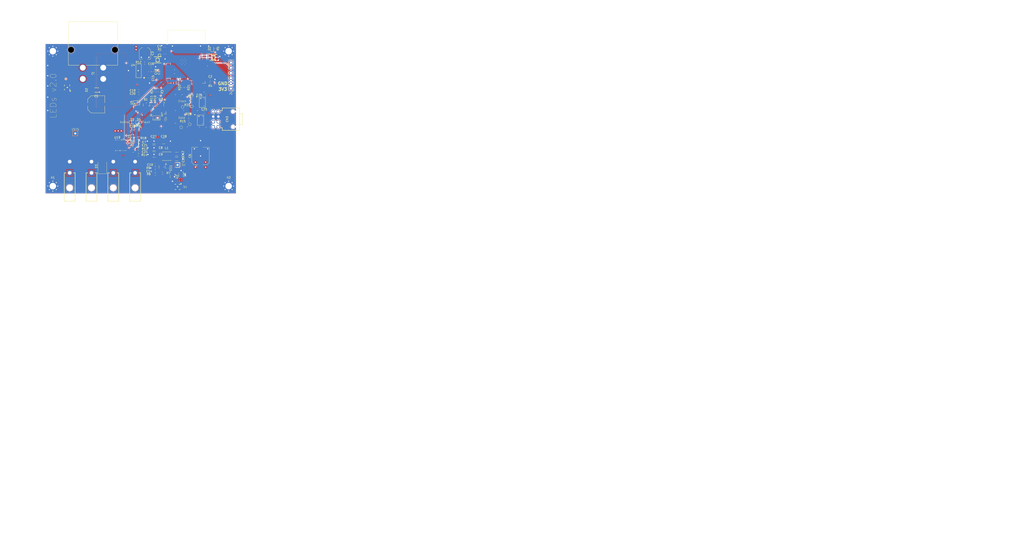
<source format=kicad_pcb>
(kicad_pcb (version 20241229) (generator "pcbnew") (generator_version "9.0")
  (layers (0 "F.Cu" signal) (4 "In1.Cu" power "Ground") (6 "In2.Cu" power "Power") (2 "B.Cu" signal) (13 "F.Paste" user) (15 "B.Paste" user) (5 "F.SilkS" user "F.Silkscreen") (7 "B.SilkS" user "B.Silkscreen") (1 "F.Mask" user) (3 "B.Mask" user) (25 "Edge.Cuts" user))
  (net 0 "")
  (net 1 "GND")
  (net 2 "/3v3/3v3")
  (net 3 "/esp32/USB.DP")
  (net 4 "/esp32/USB.DN")
  (net 5 "/buckconverter/SW")
  (net 6 "/buckconverter/FB")
  (net 7 "/5V")
  (net 8 "/VSYS")
  (net 9 "/a2d/I2C.SCL")
  (net 10 "/a2d/I2C.SDA")
  (net 11 "/a2d/AIN1")
  (net 12 "/a2d/AIN2")
  (net 13 "/a2d/AIN3")
  (net 14 "/a2d/AIN4")
  (net 15 "/esp32/EN1")
  (net 16 "Net-(J1-Pin_6)")
  (net 17 "Net-(J1-Pin_5)")
  (net 18 "Net-(U3-BOOT)")
  (net 19 "Net-(C14-Pad2)")
  (net 20 "Net-(U4-NR{slash}FB)")
  (net 23 "Net-(Q2-D)")
  (net 24 "Net-(Q1-D)")
  (net 25 "Net-(U2-VIN)")
  (net 27 "Net-(D1-A)")
  (net 28 "Net-(D1-K)")
  (net 29 "Net-(J1-Pin_3)")
  (net 30 "Net-(J1-Pin_4)")
  (net 31 "Net-(U4-EN)")
  (net 32 "Net-(D4-A)")
  (net 55 "Net-(U19-3V)")
  (net 56 "Net-(U19-SS)")
  (net 57 "Net-(U19-CS)")
  (net 58 "Net-(U19-VCC)")
  (net 59 "Net-(U19-CLREF)")
  (net 60 "Net-(U19-TIMER)")
  (net 61 "Net-(D5-A)")
  (net 62 "/led_channel/VLED")
  (net 64 "Net-(U7-~{RE})")
  (net 65 "Net-(U17-~{RE})")
  (net 66 "/esp32/Fault")
  (net 71 "/esp32/LEDCLOCK")
  (net 72 "/esp32/LEDDATA")
  (net 73 "/led_channel/RS485/A")
  (net 74 "/led_channel/RS485/B")
  (net 76 "/led_channel/RS486/B")
  (net 77 "/led_channel/RS486/A")
  (net 78 "Net-(U1-IO12)")
  (net 79 "Net-(U1-IO11)")
  (footprint "easyeda2kicad:LabeledTestPoint" (layer "F.Cu") (at 121.5 84.632 180)
    (property "Reference" "TP14" (hide yes))
    (property "Value" "LabeledTestPoint")
  )
  (footprint "Resistor_SMD:R_0603_1608Metric" (layer "F.Cu") (at 110.5 55.825 -90)
    (property "Reference" "R10")
    (property "Value" "10k")
  )
  (footprint "easyeda2kicad:CAP-SMD_BD8.0-L8.3-W8.3-FD" (layer "F.Cu") (at 81.73 55)
    (property "Reference" "C5")
    (property "Value" "220uF")
  )
  (footprint "LED_SMD:LED_0603_1608Metric" (layer "F.Cu") (at 102.575 63.75)
    (property "Reference" "D4")
    (property "Value" "LED")
  )
  (footprint "Capacitor_SMD:C_1210_3225Metric" (layer "F.Cu") (at 110 73 180)
    (property "Reference" "C27")
    (property "Value" "10uF")
  )
  (footprint "Capacitor_SMD:C_0603_1608Metric" (layer "F.Cu") (at 135.4175 50.4 180)
    (property "Reference" "C26")
    (property "Value" "100nF")
  )
  (footprint "easyeda2kicad:CONN-TH_2P-P5.50_39-30-1020" (layer "F.Cu") (at 79.416667 85.7675)
    (property "Reference" "CN2" (hide yes))
    (property "Value" "39-30-1020")
  )
  (footprint "Capacitor_SMD:C_0603_1608Metric" (layer "F.Cu") (at 115.3 27.1 90)
    (property "Reference" "C4")
    (property "Value" "100nF")
  )
  (footprint "MountingHole:MountingHole_3.2mm_M3_Pad_Via" (layer "F.Cu") (at 146.5 29)
    (property "Reference" "H4" (hide yes))
    (property "Value" "MountingHole_Pad")
  )
  (footprint "Resistor_SMD:R_0603_1608Metric" (layer "F.Cu") (at 137.55 44.6 180)
    (property "Reference" "R4")
    (property "Value" "10k")
  )
  (footprint "LED_SMD:LED_0603_1608Metric" (layer "F.Cu") (at 99.3625 63.75)
    (property "Reference" "D5")
    (property "Value" "LED")
  )
  (footprint "Resistor_SMD:R_0603_1608Metric" (layer "F.Cu") (at 99.325 67)
    (property "Reference" "R19")
    (property "Value" "10k")
  )
  (footprint "Resistor_SMD:R_0603_1608Metric" (layer "F.Cu") (at 110.6495 86.132 180)
    (property "Reference" "R9")
    (property "Value" "13.3k")
  )
  (footprint "Capacitor_SMD:C_1210_3225Metric" (layer "F.Cu") (at 110 79.5 180)
    (property "Reference" "C9")
    (property "Value" "10uF")
  )
  (footprint "Capacitor_SMD:C_0603_1608Metric" (layer "F.Cu") (at 102.425 75.0175)
    (property "Reference" "C21")
    (property "Value" "470nF")
  )
  (footprint "easyeda2kicad:QFN-30_L5.0-W5.0-P0.40-TL_MP5048GU-Z" (layer "F.Cu") (at 93.7395 75.0205 -90)
    (property "Reference" "U19")
    (property "Value" "MP5048GU-Z")
  )
  (footprint "TestPoint:TestPoint_Pad_D1.0mm" (layer "F.Cu") (at 124 56.25)
    (property "Reference" "TP5" (hide yes))
    (property "Value" "TestPoint")
  )
  (footprint "TestPoint:TestPoint_Pad_D1.0mm" (layer "F.Cu") (at 123.25 66.25)
    (property "Reference" "TP4" (hide yes))
    (property "Value" "TestPoint")
  )
  (footprint "easyeda2kicad:SOIC-8_L4.9-W3.9-P1.27-LS6.0-BL" (layer "F.Cu") (at 132.73 62.75 -90)
    (property "Reference" "U17" (hide yes))
    (property "Value" "THVD2450DR")
  )
  (footprint "Resistor_SMD:R_0603_1608Metric" (layer "F.Cu") (at 102.575 67)
    (property "Reference" "R6")
    (property "Value" "1k")
  )
  (footprint "easyeda2kicad:CONN-TH_2P-P5.50_39-30-1020" (layer "F.Cu") (at 68.75 85.7675)
    (property "Reference" "CN5" (hide yes))
    (property "Value" "39-30-1020")
  )
  (footprint "easyeda2kicad:WSON-6_L2.0-W2.0-P0.65-BL-EP" (layer "F.Cu") (at 82 48 90)
    (property "Reference" "D2")
    (property "Value" "TVS2700DRVR")
  )
  (footprint "Resistor_SMD:R_0603_1608Metric" (layer "F.Cu") (at 102.425 79.7675)
    (property "Reference" "R14")
    (property "Value" "3.6k")
  )
  (footprint "Capacitor_SMD:C_0603_1608Metric" (layer "F.Cu") (at 99.425 71.2675 90)
    (property "Reference" "C23")
    (property "Value" "2.2uF")
  )
  (footprint "Resistor_SMD:R_0603_1608Metric" (layer "F.Cu") (at 108.75 55.75 -90)
    (property "Reference" "R11")
    (property "Value" "10k")
  )
  (footprint "easyeda2kicad:LabeledTestPoint" (layer "F.Cu") (at 71.5 69.25)
    (property "Reference" "TP1" (hide yes))
    (property "Value" "LabeledTestPoint")
  )
  (footprint "easyeda2kicad:ANT-SMD_73412-0110" (layer "F.Cu") (at 121.5 95.382 180)
    (property "Reference" "RF2" (hide yes))
    (property "Value" "73412-0110")
  )
  (footprint "Resistor_SMD:R_0603_1608Metric" (layer "F.Cu") (at 125.5 46.75 -90)
    (property "Reference" "R21")
    (property "Value" "20")
  )
  (footprint "Capacitor_SMD:C_Elec_5x5.8" (layer "F.Cu") (at 105.55 30.1 -90)
    (property "Reference" "C3")
    (property "Value" "22uF")
  )
  (footprint "Package_TO_SOT_SMD:SOT-23" (layer "F.Cu") (at 106.25 55.325 -90)
    (property "Reference" "Q1")
    (property "Value" "BSS138")
  )
  (footprint "Capacitor_SMD:C_0603_1608Metric" (layer "F.Cu") (at 108.525 36.5825)
    (property "Reference" "C16")
    (property "Value" "10nF")
  )
  (footprint "Resistor_SMD:R_0603_1608Metric" (layer "F.Cu") (at 102.425 76.7675)
    (property "Reference" "R13")
    (property "Value" "3.6k")
  )
  (footprint "Resistor_SMD:R_0603_1608Metric" (layer "F.Cu") (at 127 62.65 180)
    (property "Reference" "R15")
    (property "Value" "10k")
  )
  (footprint "easyeda2kicad:MSOP-10_L3.0-W3.0-P0.50-LS5.0-BL" (layer "F.Cu") (at 101.5 54.25)
    (property "Reference" "U5")
    (property "Value" "ADS1115IDGSR")
  )
  (footprint "Diode_SMD:D_SMB" (layer "F.Cu") (at 84.75 85.335 90)
    (property "Reference" "D3")
    (property "Value" "D_TVS")
  )
  (footprint "TestPoint:TestPoint_Pad_D1.0mm" (layer "F.Cu") (at 128.5 56)
    (property "Reference" "TP2" (hide yes))
    (property "Value" "TestPoint")
  )
  (footprint "Capacitor_SMD:C_1206_3216Metric" (layer "F.Cu") (at 121.062 79.332)
    (property "Reference" "C12")
    (property "Value" "22uF")
  )
  (footprint "Capacitor_SMD:C_0603_1608Metric" (layer "F.Cu") (at 134.5 59.15 180)
    (property "Reference" "C25")
    (property "Value" "100nF")
  )
  (footprint "Resistor_SMD:R_0603_1608Metric" (layer "F.Cu") (at 127.9175 53.9 180)
    (property "Reference" "R20")
    (property "Value" "10k")
  )
  (footprint "Resistor_SMD:R_0603_1608Metric" (layer "F.Cu") (at 101.85 71.5175)
    (property "Reference" "R18")
    (property "Value" "53.6k")
  )
  (footprint "LED_SMD:LED_0603_1608Metric" (layer "F.Cu") (at 138.4 27.7 90)
    (property "Reference" "D1")
    (property "Value" "LED")
  )
  (footprint "Capacitor_SMD:C_0603_1608Metric" (layer "F.Cu") (at 102.425 78.2675)
    (property "Reference" "C24")
    (property "Value" "100nF")
  )
  (footprint "Capacitor_SMD:C_0603_1608Metric" (layer "F.Cu") (at 115.3 30.35 -90)
    (property "Reference" "C1")
    (property "Value" "10uf")
  )
  (footprint "easyeda2kicad:CONN-TH_2P-P5.50_39-30-1020" (layer "F.Cu") (at 100.75 85.7675)
    (property "Reference" "CN13" (hide yes))
    (property "Value" "39-30-1020")
  )
  (footprint "TestPoint:TestPoint_Pad_D1.0mm" (layer "F.Cu") (at 127.5 64.75)
    (property "Reference" "TP3" (hide yes))
    (property "Value" "TestPoint")
  )
  (footprint "Capacitor_SMD:C_0603_1608Metric" (layer "F.Cu") (at 102.5 48.25)
    (property "Reference" "C19")
    (property "Value" "1uF")
  )
  (footprint "Capacitor_SMD:C_0603_1608Metric" (layer "F.Cu") (at 109.325 38.9825 90)
    (property "Reference" "C17")
    (property "Value" "1uF")
  )
  (footprint "easyeda2kicad:SOT-223-6_L6.5-W3.5-P1.27-LS7.0-BR" (layer "F.Cu") (at 102.5 38.5825)
    (property "Reference" "U4")
    (property "Value" "TPS73733DCQ_C5220270")
  )
  (footprint "Resistor_SMD:R_0603_1608Metric" (layer "F.Cu") (at 114.132 88.632 180)
    (property "Reference" "R7")
    (property "Value" "49.9")
  )
  (footprint "Capacitor_SMD:C_0603_1608Metric" (layer "F.Cu") (at 102.5 49.75)
    (property "Reference" "C20")
    (property "Value" "100nF")
  )
  (footprint "Connector_PinHeader_2.54mm:PinHeader_1x06_P2.54mm_Vertical" (layer "F.Cu") (at 147.6 47.28 180)
    (property "Reference" "J1")
    (property "Value" "Conn_01x06")
  )
  (footprint "Capacitor_SMD:C_1210_3225Metric" (layer "F.Cu") (at 110 76.25 180)
    (property "Reference" "C8")
    (property "Value" "10uF")
  )
  (footprint "Resistor_SMD:R_0603_1608Metric" (layer "F.Cu") (at 127.9175 52.4)
    (property "Reference" "R17")
    (property "Value" "10k")
  )
  (footprint "Resistor_SMD:R_0603_1608Metric" (layer "F.Cu") (at 124 46.75 -90)
    (property "Reference" "R22")
    (property "Value" "20")
  )
  (footprint "Resistor_SMD:R_0603_1608Metric" (layer "F.Cu") (at 112.5 48.925 90)
    (property "Reference" "R3")
    (property "Value" "10k")
  )
  (footprint "Capacitor_SMD:C_0603_1608Metric" (layer "F.Cu") (at 102.425 73.5175)
    (property "Reference" "C7")
    (property "Value" "100nF")
  )
  (footprint "easyeda2kicad:IND-SMD_L4.0-W4.0-A" (layer "F.Cu") (at 116.2 80.382)
    (property "Reference" "L1")
    (property "Value" "XAL4040-103MEC")
  )
  (footprint "easyeda2kicad:ANT-SMD_73412-0110" (layer "F.Cu") (at 67.5 46.75 90)
    (property "Reference" "RF1" (hide yes))
    (property "Value" "73412-0110")
  )
  (footprint "Resistor_SMD:R_0603_1608Metric" (layer "F.Cu") (at 139.9 27.7 -90)
    (property "Reference" "R5")
    (property "Value" "330")
  )
  (footprint "Capacitor_SMD:C_1210_3225Metric" (layer "F.Cu") (at 114.75 73)
    (property "Reference" "C28")
    (property "Value" "10uF")
  )
  (footprint "easyeda2kicad:CONN-TH_8P-P2.50_MOLEX_1053141108" (layer "F.Cu") (at 140.2175 62.25 90)
    (property "Reference" "CN3")
    (property "Value" "1053141108")
  )
  (footprint "Resistor_SMD:R_0603_1608Metric" (layer "F.Cu") (at 110.5 48.925 90)
    (property "Reference" "R2")
    (property "Value" "10k")
  )
  (footprint "Capacitor_SMD:CP_Elec_8x11.9" (layer "F.Cu") (at 132.75 80.25 90)
    (property "Reference" "C6")
    (property "Value" "C_Polarized")
  )
  (footprint "MountingHole:MountingHole_3.2mm_M3_Pad_Via" (layer "F.Cu") (at 60.5 95)
    (property "Reference" "H1")
    (property "Value" "MountingHole_Pad")
  )
  (footprint "easyeda2kicad:KEY-TH_4P-L3.5-W4.9-P2.80-LS4.3" (layer "F.Cu") (at 139 32)
    (property "Reference" "SW3" (hide yes))
    (property "Value" "EVPAA602W")
  )
  (footprint "easyeda2kicad:SOIC-8_L4.9-W3.9-P1.27-LS6.0-BL" (layer "F.Cu") (at 133.6475 54 -90)
    (property "Reference" "U7" (hide yes))
    (property "Value" "THVD2450DR")
  )
  (footprint "Capacitor_SMD:C_0603_1608Metric" (layer "F.Cu") (at 110.6245 84.5 180)
    (property "Reference" "C10")
    (property "Value" "100nF")
  )
  (footprint "Capacitor_SMD:C_0603_1608Metric" (layer "F.Cu") (at 107.825 38.9825 90)
    (property "Reference" "C18")
    (property "Value" "1uF")
  )
  (footprint "easyeda2kicad:CONN-TH_2P-P5.50_39-30-1020" (layer "F.Cu") (at 90.083333 85.7675)
    (property "Reference" "CN1" (hide yes))
    (property "Value" "39-30-1020")
  )
  (footprint "Capacitor_SMD:C_0603_1608Metric" (layer "F.Cu") (at 137.525 42.85)
    (property "Reference" "C2")
    (property "Value" "1uf")
  )
  (footprint "RF_Module:ESP32-S3-WROOM-1" (layer "F.Cu") (at 125.9 31.74)
    (property "Reference" "U1" (hide yes))
    (property "Value" "ESP32-S3-WROOM-1")
  )
  (footprint "MountingHole:MountingHole_3.2mm_M3_Pad_Via" (layer "F.Cu") (at 60.5 29)
    (property "Reference" "H3" (hide yes))
    (property "Value" "MountingHole_Pad")
  )
  (footprint "Capacitor_SMD:C_0603_1608Metric" (layer "F.Cu") (at 107.825 42.0825 -90)
    (property "Reference" "C15")
    (property "Value" "1uF")
  )
  (footprint "Package_TO_SOT_SMD:SOT-363_SC-70-6" (layer "F.Cu") (at 119 90.382 -90)
    (property "Reference" "U2")
    (property "Value" "LM66100DCK")
  )
  (footprint "Resistor_SMD:R_0603_1608Metric" (layer "F.Cu") (at 127 61.15)
    (property "Reference" "R16")
    (property "Value" "10k")
  )
  (footprint "Resistor_SMD:R_0603_1608Metric" (layer "F.Cu") (at 105.425 34.7825)
    (property "Reference" "R12")
    (property "Value" "10k")
  )
  (footprint "easyeda2kicad:KEY-TH_4P-L3.5-W4.9-P2.80-LS4.3" (layer "F.Cu") (at 111.75 33.25)
    (property "Reference" "SW1" (hide yes))
    (property "Value" "EVPAA602W")
  )
  (footprint "Resistor_SMD:R_0603_1608Metric" (layer "F.Cu") (at 110.632 89.132 180)
    (property "Reference" "R8")
    (property "Value" "100k")
  )
  (footprint "easyeda2kicad:CONN_SDA-42820-0002_02_RC_MOL" (layer "F.Cu") (at 75.1604 42.5697 180)
    (property "Reference" "J2")
    (property "Value" "428202214")
  )
  (footprint "Package_TO_SOT_SMD:SOT-23" (layer "F.Cu") (at 113.25 55.325 -90)
    (property "Reference" "Q2")
    (property "Value" "BSS138")
  )
  (footprint "Package_TO_SOT_SMD:SOT-23-6" (layer "F.Cu") (at 113.9995 85.632 -90)
    (property "Reference" "U3" (hide yes))
    (property "Value" "TPS54202DDC")
  )
  (footprint "Capacitor_SMD:C_1206_3216Metric" (layer "F.Cu") (at 121.062 81.732)
    (property "Reference" "C13")
    (property "Value" "22uF")
  )
  (footprint "easyeda2kicad:CONN-SMD_BM04B-SRSS-TB" (layer "F.Cu") (at 111.25 60.825 180)
    (property "Reference" "CN4" (hide yes))
    (property "Value" "BM04B-SRSS-TB(LF)(SN)")
  )
  (footprint "Package_SON:WSON-6-1EP_2x2mm_P0.65mm_EP1x1.6mm" (layer "F.Cu") (at 123.15 89.4945 -90)
    (property "Reference" "U6")
    (property "Value" "TVS0500DRV")
  )
  (footprint "Capacitor_SMD:C_0603_1608Metric" (layer "F.Cu") (at 110.632 87.632)
    (property "Reference" "C14")
    (property "Value" "75pF")
  )
  (footprint "MountingHole:MountingHole_3.2mm_M3_Pad_Via" (layer "F.Cu") (at 146.5 95)
    (property "Reference" "H2")
    (property "Value" "MountingHole_Pad")
  )
  (footprint "Capacitor_SMD:C_0603_1608Metric" (layer "F.Cu") (at 97.925 74.0175 -90)
    (property "Reference" "C22")
    (property "Value" "2.2uF")
  )
  (footprint "Resistor_SMD:R_0603_1608Metric" (layer "F.Cu") (at 112.8 29.6)
    (property "Reference" "R1")
    (property "Value" "10k")
  )
  (footprint "Capacitor_SMD:C_0603_1608Metric" (layer "F.Cu") (at 116.5995 86.232 90)
    (property "Reference" "C11")
    (property "Value" "100nf")
  )
  (gr_rect (start 56.5 25) (end 150.5 99) (stroke (width 0.05)) (fill no) (layer "Edge.Cuts"))
  (gr_text "3V3" (at 141.35 48.45 0) (layer "F.SilkS") (effects (font (size 1.5 1.5) (thickness 0.3) (bold yes)) (justify left bottom)))
  (gr_text "5V" (at 124.25 96 0) (layer "F.SilkS") (effects (font (size 1 1) (thickness 0.1)) (justify left bottom)))
  (gr_text "Fault" (at 104.25 64.25 0) (layer "F.SilkS") (effects (font (size 1 1) (thickness 0.1)) (justify left bottom)))
  (gr_text "Active" (at 93.25 64.25 0) (layer "F.SilkS") (effects (font (size 1 1) (thickness 0.1)) (justify left bottom)))
  (gr_text "LEDs v2.0" (at 62.5 62 90) (layer "F.SilkS") (effects (font (size 3 3) (thickness 0.1)) (justify left bottom)))
  (gr_text "Data\n" (at 121.75 62.1275 0) (layer "F.SilkS") (effects (font (size 1 1) (thickness 0.1)) (justify left bottom)))
  (gr_text "i2c 5v" (at 116.25 63.25 90) (layer "F.SilkS") (effects (font (size 1 1) (thickness 0.1)) (justify left bottom)))
  (gr_text "Clock" (at 121.75 54 0) (layer "F.SilkS") (effects (font (size 1 1) (thickness 0.1)) (justify left bottom)))
  (gr_text "GND\n" (at 141.1 45.7 0) (layer "F.SilkS") (effects (font (size 1.5 1.5) (thickness 0.3) (bold yes)) (justify left bottom)))
  (segment (start 109.325 38.2075) (end 109.325 36.6075) (width 1) (layer "F.Cu") (net 1))
  (segment (start 119 90.917531) (end 119 91.332) (width 0.2) (layer "F.Cu") (net 1))
  (segment (start 109.325 36.6075) (end 109.3 36.5825) (width 1) (layer "F.Cu") (net 1))
  (segment (start 97.925 75.0425) (end 96.8615 75.0425) (width 0.2) (layer "F.Cu") (net 1))
  (segment (start 96.6395 74.8205) (end 96.0395 74.8205) (width 0.2) (layer "F.Cu") (net 1))
  (segment (start 107.825 38.2075) (end 107.45 38.5825) (width 1) (layer "F.Cu") (net 1))
  (segment (start 114.9495 85.5645) (end 114.882 85.632) (width 0.2) (layer "F.Cu") (net 1))
  (segment (start 118.464469 90.382) (end 117.75 90.382) (width 0.2) (layer "F.Cu") (net 1))
  (segment (start 119.761696 90.382) (end 120 90.382) (width 0.2) (layer "F.Cu") (net 1))
  (segment (start 119 89.620304) (end 119.761696 90.382) (width 0.2) (layer "F.Cu") (net 1))
  (segment (start 107.825 38.2075) (end 109.325 38.2075) (width 1) (layer "F.Cu") (net 1))
  (segment (start 96.8615 75.0425) (end 96.6395 74.8205) (width 0.2) (layer "F.Cu") (net 1))
  (segment (start 118.464469 90.382) (end 119 90.917531) (width 0.2) (layer "F.Cu") (net 1))
  (segment (start 114.9495 84.4945) (end 114.9495 85.5645) (width 0.4) (layer "F.Cu") (net 1))
  (segment (start 120 90.382) (end 120.25 90.382) (width 0.2) (layer "F.Cu") (net 1))
  (segment (start 101.5 56.36) (end 101.5 57.99) (width 0.2) (layer "F.Cu") (net 1))
  (segment (start 120.25 90.382) (end 121.25 89.382) (width 0.2) (layer "F.Cu") (net 1))
  (segment (start 101.5 56.36) (end 101.5 54.84) (width 0.2) (layer "F.Cu") (net 1))
  (segment (start 97.9575 74.7925) (end 99.25 73.5) (width 0.4) (layer "F.Cu") (net 1))
  (segment (start 119 91.332) (end 119 92.632) (width 0.4) (layer "F.Cu") (net 1))
  (segment (start 107.45 38.5825) (end 105.35 38.5825) (width 1) (layer "F.Cu") (net 1))
  (via (at 107 79.5) (size 0.8) (drill 0.6) (layers "F.Cu" "B.Cu") (net 1))
  (via (at 114.882 85.632) (size 0.45) (drill 0.3) (layers "F.Cu" "B.Cu") (net 1))
  (via (at 124.132 81.632) (size 0.8) (drill 0.6) (layers "F.Cu" "B.Cu") (net 1))
  (via (at 104.25 78.25) (size 0.45) (drill 0.3) (layers "F.Cu" "B.Cu") (net 1))
  (via (at 110 76.25) (size 0.8) (drill 0.6) (layers "F.Cu" "B.Cu") (net 1))
  (via (at 142.2 31.6) (size 0.8) (drill 0.6) (layers "F.Cu" "B.Cu") (net 1))
  (via (at 110 79.5) (size 0.8) (drill 0.6) (layers "F.Cu" "B.Cu") (net 1))
  (via (at 136.75 26.5) (size 0.8) (drill 0.6) (layers "F.Cu" "B.Cu") (net 1))
  (via (at 58 36) (size 0.8) (drill 0.6) (layers "F.Cu" "B.Cu") (net 1))
  (via (at 113.75 26.25) (size 0.8) (drill 0.6) (layers "F.Cu" "B.Cu") (net 1))
  (via (at 136.25 36.25) (size 0.45) (drill 0.3) (layers "F.Cu" "B.Cu") (net 1))
  (via (at 119 92.632) (size 0.8) (drill 0.6) (layers "F.Cu" "B.Cu") (net 1))
  (via (at 119 26.5) (size 0.8) (drill 0.6) (layers "F.Cu" "B.Cu") (net 1))
  (via (at 120.5 50.25) (size 0.45) (drill 0.3) (layers "F.Cu" "B.Cu") (net 1))
  (via (at 103.5 71.5) (size 0.45) (drill 0.3) (layers "F.Cu" "B.Cu") (net 1))
  (via (at 133.75 64.5) (size 0.45) (drill 0.3) (layers "F.Cu" "B.Cu") (net 1))
  (via (at 120.5 64.25) (size 0.45) (drill 0.3) (layers "F.Cu" "B.Cu") (net 1))
  (via (at 99.25 73.5) (size 0.45) (drill 0.3) (layers "F.Cu" "B.Cu") (net 1))
  (via (at 99.5 69.5) (size 0.45) (drill 0.3) (layers "F.Cu" "B.Cu") (net 1))
  (via (at 110 73) (size 0.8) (drill 0.6) (layers "F.Cu" "B.Cu") (net 1))
  (via (at 58 51.5) (size 0.8) (drill 0.6) (layers "F.Cu" "B.Cu") (net 1))
  (via (at 101.2 58.29) (size 0.8) (drill 0.6) (layers "F.Cu" "B.Cu") (net 1))
  (via (at 120 40) (size 0.45) (drill 0.3) (layers "F.Cu" "B.Cu") (net 1))
  (via (at 132.75 80.25) (size 0.8) (drill 0.6) (layers "F.Cu" "B.Cu") (net 1))
  (via (at 135.5 66.25) (size 0.45) (drill 0.3) (layers "F.Cu" "B.Cu") (net 1))
  (via (at 132.75 26.5) (size 0.8) (drill 0.6) (layers "F.Cu" "B.Cu") (net 1))
  (via (at 120.5 58) (size 0.45) (drill 0.3) (layers "F.Cu" "B.Cu") (net 1))
  (via (at 115.4 32.8) (size 0.8) (drill 0.6) (layers "F.Cu" "B.Cu") (net 1))
  (via (at 107.5 55.75) (size 0.45) (drill 0.3) (layers "F.Cu" "B.Cu") (net 1))
  (via (at 126.25 66) (size 0.45) (drill 0.3) (layers "F.Cu" "B.Cu") (net 1))
  (via (at 110.8 36.6) (size 0.8) (drill 0.6) (layers "F.Cu" "B.Cu") (net 1))
  (via (at 58 41) (size 0.8) (drill 0.6) (layers "F.Cu" "B.Cu") (net 1))
  (via (at 129.75 76.75) (size 0.8) (drill 0.6) (layers "F.Cu" "B.Cu") (net 1))
  (via (at 120 90.382) (size 0.8) (drill 0.6) (layers "F.Cu" "B.Cu") (net 1))
  (via (at 124.132 79.382) (size 0.8) (drill 0.6) (layers "F.Cu" "B.Cu") (net 1))
  (via (at 124.5 58) (size 0.45) (drill 0.3) (layers "F.Cu" "B.Cu") (net 1))
  (via (at 127.25 50) (size 0.45) (drill 0.3) (layers "F.Cu" "B.Cu") (net 1))
  (via (at 107.5 32) (size 0.8) (drill 0.6) (layers "F.Cu" "B.Cu") (net 1))
  (via (at 132.25 66) (size 0.45) (drill 0.3) (layers "F.Cu" "B.Cu") (net 1))
  (via (at 134.5 49) (size 0.45) (drill 0.3) (layers "F.Cu" "B.Cu") (net 1))
  (via (at 136.25 76.75) (size 0.8) (drill 0.6) (layers "F.Cu" "B.Cu") (net 1))
  (via (at 102.25 38.5) (size 0.8) (drill 0.6) (layers "F.Cu" "B.Cu") (net 1))
  (via (at 132.75 50) (size 0.45) (drill 0.3) (layers "F.Cu" "B.Cu") (net 1))
  (via (at 107 76.25) (size 0.8) (drill 0.6) (layers "F.Cu" "B.Cu") (net 1))
  (via (at 108.382 86.132) (size 0.8) (drill 0.6) (layers "F.Cu" "B.Cu") (net 1))
  (via (at 123.75 50.25) (size 0.45) (drill 0.3) (layers "F.Cu" "B.Cu") (net 1))
  (via (at 118 73) (size 0.8) (drill 0.6) (layers "F.Cu" "B.Cu") (net 1))
  (via (at 58 58) (size 0.8) (drill 0.6) (layers "F.Cu" "B.Cu") (net 1))
  (via (at 106.25 54.25) (size 0.45) (drill 0.3) (layers "F.Cu" "B.Cu") (net 1))
  (via (at 111.75 51.75) (size 0.45) (drill 0.3) (layers "F.Cu" "B.Cu") (net 1))
  (via (at 113.5 44.25) (size 0.45) (drill 0.3) (layers "F.Cu" "B.Cu") (net 1))
  (via (at 99.75 75.75) (size 0.45) (drill 0.3) (layers "F.Cu" "B.Cu") (net 1))
  (via (at 106.75 73) (size 0.8) (drill 0.6) (layers "F.Cu" "B.Cu") (net 1))
  (via (at 103.75 32) (size 0.8) (drill 0.6) (layers "F.Cu" "B.Cu") (net 1))
  (via (at 134.5 52.25) (size 0.45) (drill 0.3) (layers "F.Cu" "B.Cu") (net 1))
  (via (at 139.8 42.8) (size 0.8) (drill 0.6) (layers "F.Cu" "B.Cu") (net 1))
  (via (at 104.25 75) (size 0.45) (drill 0.3) (layers "F.Cu" "B.Cu") (net 1))
  (via (at 114.5 45.25) (size 0.45) (drill 0.3) (layers "F.Cu" "B.Cu") (net 1))
  (via (at 133.75 58) (size 0.45) (drill 0.3) (layers "F.Cu" "B.Cu") (net 1))
  (via (at 120 38) (size 0.45) (drill 0.3) (layers "F.Cu" "B.Cu") (net 1))
  (via (at 104.25 79.75) (size 0.45) (drill 0.3) (layers "F.Cu" "B.Cu") (net 1))
  (via (at 134.5 55.75) (size 0.45) (drill 0.3) (layers "F.Cu" "B.Cu") (net 1))
  (via (at 115.882 83.882) (size 0.45) (drill 0.3) (layers "F.Cu" "B.Cu") (net 1))
  (via (at 125.25 89.632) (size 0.8) (drill 0.6) (layers "F.Cu" "B.Cu") (net 1))
  (via (at 97.5 38.5) (size 0.8) (drill 0.6) (layers "F.Cu" "B.Cu") (net 1))
  (via (at 131.25 58) (size 0.45) (drill 0.3) (layers "F.Cu" "B.Cu") (net 1))
  (via (at 107.8 44.6) (size 0.8) (drill 0.6) (layers "F.Cu" "B.Cu") (net 1))
  (via (at 133.75 60.75) (size 0.45) (drill 0.3) (layers "F.Cu" "B.Cu") (net 1))
  (via (at 123.25 87.382) (size 0.8) (drill 0.6) (layers "F.Cu" "B.Cu") (net 1))
  (via (at 119.25 43) (size 0.45) (drill 0.3) (layers "F.Cu" "B.Cu") (net 1))
  (via (at 104.25 76.75) (size 0.45) (drill 0.3) (layers "F.Cu" "B.Cu") (net 1))
  (via (at 116.132 84.382) (size 0.45) (drill 0.3) (layers "F.Cu" "B.Cu") (net 1))
  (via (at 99.75 78.5) (size 0.45) (drill 0.3) (layers "F.Cu" "B.Cu") (net 1))
  (via (at 132.75 72.75) (size 0.8) (drill 0.6) (layers "F.Cu" "B.Cu") (net 1))
  (via (at 104.25 73.5) (size 0.45) (drill 0.3) (layers "F.Cu" "B.Cu") (net 1))
  (via (at 58 46) (size 0.8) (drill 0.6) (layers "F.Cu" "B.Cu") (net 1))
  (segment (start 112.5 49.75) (end 113.25 50.5) (width 0.2) (layer "F.Cu") (net 2))
  (segment (start 138.375 44.6) (end 139.4 44.6) (width 1) (layer "F.Cu") (net 2))
  (segment (start 112.5 49.75) (end 110.5 49.75) (width 0.2) (layer "F.Cu") (net 2))
  (segment (start 136.1925 51.865) (end 136.4175 52.09) (width 0.2) (layer "F.Cu") (net 2))
  (segment (start 139.9 28.525) (end 139.9 29.5) (width 0.2) (layer "F.Cu") (net 2))
  (segment (start 126.175 60.925) (end 125.25 60) (width 0.2) (layer "F.Cu") (net 2))
  (segment (start 113.25 50.5) (end 113.25 50.75) (width 0.2) (layer "F.Cu") (net 2))
  (segment (start 115.25 53.3375) (end 115.25 52.75) (width 0.2) (layer "F.Cu") (net 2))
  (segment (start 139.4 44.6) (end 139.5 44.5) (width 1) (layer "F.Cu") (net 2))
  (segment (start 107.2 53.05) (end 110.5 49.75) (width 0.2) (layer "F.Cu") (net 2))
  (segment (start 105.35 39.8525) (end 110.8525 39.8525) (width 1) (layer "F.Cu") (net 2))
  (segment (start 135.275 60.615) (end 135.5 60.84) (width 0.2) (layer "F.Cu") (net 2))
  (segment (start 114.2 54.3875) (end 115.25 53.3375) (width 0.2) (layer "F.Cu") (net 2))
  (segment (start 101.75 67) (end 102.453 67.703) (width 0.2) (layer "F.Cu") (net 2))
  (segment (start 110.8525 39.8525) (end 111.75 38.955) (width 1) (layer "F.Cu") (net 2))
  (segment (start 127.0925 52.0925) (end 126.375 51.375) (width 0.2) (layer "F.Cu") (net 2))
  (segment (start 111.75 38.955) (end 111.75 38.5) (width 1) (layer "F.Cu") (net 2))
  (segment (start 111.547 67.703) (end 113.5 65.75) (width 0.2) (layer "F.Cu") (net 2))
  (segment (start 102.453 67.703) (end 111.547 67.703) (width 0.2) (layer "F.Cu") (net 2))
  (segment (start 107.2 54.3875) (end 107.2 53.05) (width 0.2) (layer "F.Cu") (net 2))
  (via (at 125.25 60) (size 0.45) (drill 0.3) (layers "F.Cu" "B.Cu") (net 2))
  (via (at 111.75 38.5) (size 0.8) (drill 0.6) (layers "F.Cu" "B.Cu") (net 2))
  (via (at 126.375 51.375) (size 0.45) (drill 0.3) (layers "F.Cu" "B.Cu") (net 2))
  (via (at 139.9 29.5) (size 0.45) (drill 0.3) (layers "F.Cu" "B.Cu") (net 2))
  (via (at 101.25 28.25) (size 0.8) (drill 0.6) (layers "F.Cu" "B.Cu") (net 2))
  (via (at 113.25 50.75) (size 0.45) (drill 0.3) (layers "F.Cu" "B.Cu") (net 2))
  (via (at 101.25 26.75) (size 0.8) (drill 0.6) (layers "F.Cu" "B.Cu") (net 2))
  (via (at 115.25 52.75) (size 0.45) (drill 0.3) (layers "F.Cu" "B.Cu") (net 2))
  (via (at 137.25 50.5) (size 0.45) (drill 0.3) (layers "F.Cu" "B.Cu") (net 2))
  (via (at 113.5 65.75) (size 0.45) (drill 0.3) (layers "F.Cu" "B.Cu") (net 2))
  (via (at 136.5 59.25) (size 0.45) (drill 0.3) (layers "F.Cu" "B.Cu") (net 2))
  (via (at 139.5 44.5) (size 0.8) (drill 0.6) (layers "F.Cu" "B.Cu") (net 2))
  (segment (start 116.618 83.618) (end 116.618 85.4385) (width 0.2) (layer "F.Cu") (net 5))
  (segment (start 114.882 81.882) (end 116.618 83.618) (width 0.2) (layer "F.Cu") (net 5))
  (segment (start 111.4745 86.132) (end 112.412 86.132) (width 0.2) (layer "F.Cu") (net 6))
  (segment (start 109.9745 87.632) (end 111.4745 86.132) (width 0.2) (layer "F.Cu") (net 6))
  (segment (start 109.807 89.132) (end 109.807 87.682) (width 0.2) (layer "F.Cu") (net 6))
  (segment (start 112.412 86.132) (end 113.0495 86.7695) (width 0.2) (layer "F.Cu") (net 6))
  (segment (start 109.1225 41.1225) (end 111 43) (width 1) (layer "F.Cu") (net 7))
  (segment (start 104.6 34.7825) (end 96.5 34.7825) (width 0.2) (layer "F.Cu") (net 7))
  (segment (start 108.75 54.925) (end 108.75 54) (width 0.2) (layer "F.Cu") (net 7))
  (segment (start 118.35 89.756999) (end 119.65 91.056999) (width 0.2) (layer "F.Cu") (net 7))
  (segment (start 101.725 49.75) (end 101.725 48.25) (width 1) (layer "F.Cu") (net 7))
  (segment (start 111.75 59.565) (end 111.75 61.465) (width 1) (layer "F.Cu") (net 7))
  (segment (start 101.75 45.5) (end 101.75 48.54) (width 1) (layer "F.Cu") (net 7))
  (segment (start 105.35 41.1225) (end 109.1225 41.1225) (width 1) (layer "F.Cu") (net 7))
  (segment (start 119.65 91.056999) (end 119.65 91.332) (width 0.2) (layer "F.Cu") (net 7))
  (segment (start 101.5 52.14) (end 101.5 48.475) (width 0.3) (layer "F.Cu") (net 7))
  (segment (start 101.75 48.54) (end 101.725 48.565) (width 1) (layer "F.Cu") (net 7))
  (segment (start 101.725 48.565) (end 101.725 49.75) (width 1) (layer "F.Cu") (net 7))
  (segment (start 110.5 55) (end 110.5 54.015) (width 0.2) (layer "F.Cu") (net 7))
  (segment (start 118.35 89.432) (end 118.35 89.756999) (width 0.2) (layer "F.Cu") (net 7))
  (via (at 122.5 92.382) (size 0.45) (drill 0.3) (layers "F.Cu" "B.Cu") (net 7))
  (via (at 123.5 91.382) (size 0.45) (drill 0.3) (layers "F.Cu" "B.Cu") (net 7))
  (via (at 108.75 54) (size 0.45) (drill 0.3) (layers "F.Cu" "B.Cu") (net 7))
  (via (at 101.75 45.5) (size 0.45) (drill 0.3) (layers "F.Cu" "B.Cu") (net 7))
  (via (at 123.5 92.382) (size 0.45) (drill 0.3) (layers "F.Cu" "B.Cu") (net 7))
  (via (at 110.5 54.015) (size 0.45) (drill 0.3) (layers "F.Cu" "B.Cu") (net 7))
  (via (at 111 43) (size 0.8) (drill 0.6) (layers "F.Cu" "B.Cu") (net 7))
  (via (at 122.5 91.382) (size 0.45) (drill 0.3) (layers "F.Cu" "B.Cu") (net 7))
  (via (at 130.25 85.75) (size 0.8) (drill 0.6) (layers "F.Cu" "B.Cu") (net 7))
  (via (at 130.25 83.25) (size 0.8) (drill 0.6) (layers "F.Cu" "B.Cu") (net 7))
  (via (at 135.25 85.75) (size 0.8) (drill 0.6) (layers "F.Cu" "B.Cu") (net 7))
  (via (at 135.25 83.25) (size 0.8) (drill 0.6) (layers "F.Cu" "B.Cu") (net 7))
  (via (at 111.75 61.465) (size 0.8) (drill 0.6) (layers "F.Cu" "B.Cu") (net 7))
  (via (at 96.5 34.7825) (size 0.45) (drill 0.3) (layers "F.Cu" "B.Cu") (net 7))
  (via (at 92.5 68) (size 0.8) (drill 0.6) (layers "F.Cu" "B.Cu") (net 8))
  (via (at 112.25 71) (size 0.45) (drill 0.3) (layers "F.Cu" "B.Cu") (net 8))
  (via (at 91 68) (size 0.8) (drill 0.6) (layers "F.Cu" "B.Cu") (net 8))
  (via (at 111.25 71) (size 0.45) (drill 0.3) (layers "F.Cu" "B.Cu") (net 8))
  (via (at 94 68) (size 0.8) (drill 0.6) (layers "F.Cu" "B.Cu") (net 8))
  (segment (start 121.455 42.545) (end 121.5 42.5) (width 0.2) (layer "F.Cu") (net 9))
  (segment (start 110.5 48.1) (end 110.5 47.25) (width 0.2) (layer "F.Cu") (net 9))
  (segment (start 110.5 48.1) (end 105.3 53.3) (width 0.2) (layer "F.Cu") (net 9))
  (segment (start 105.3 54.3875) (end 101.1375 54.3875) (width 0.2) (layer "F.Cu") (net 9))
  (segment (start 121.455 44.24) (end 121.455 42.545) (width 0.2) (layer "F.Cu") (net 9))
  (segment (start 101.1375 54.3875) (end 100.5 53.75) (width 0.2) (layer "F.Cu") (net 9))
  (segment (start 105.3 53.3) (end 105.3 54.3875) (width 0.2) (layer "F.Cu") (net 9))
  (segment (start 100.5 53.75) (end 100.5 52.14) (width 0.2) (layer "F.Cu") (net 9))
  (via (at 121.5 42.5) (size 0.45) (drill 0.3) (layers "F.Cu" "B.Cu") (net 9))
  (via (at 110.5 47.25) (size 0.45) (drill 0.3) (layers "F.Cu" "B.Cu") (net 9))
  (segment (start 121.5 42.5) (end 116.5 42.5) (width 0.2) (layer "B.Cu") (net 9))
  (segment (start 116.5 42.5) (end 112 47) (width 0.2) (layer "B.Cu") (net 9))
  (segment (start 112 47) (end 110.75 47) (width 0.2) (layer "B.Cu") (net 9))
  (segment (start 110.75 47) (end 110.5 47.25) (width 0.2) (layer "B.Cu") (net 9))
  (segment (start 101 53.15) (end 101 52.14) (width 0.2) (layer "F.Cu") (net 10))
  (segment (start 109.5 46.5) (end 102.5 53.5) (width 0.2) (layer "F.Cu") (net 10))
  (segment (start 112.5 48.1) (end 110.9 46.5) (width 0.2) (layer "F.Cu") (net 10))
  (segment (start 102.5 53.5) (end 101.35 53.5) (width 0.2) (layer "F.Cu") (net 10))
  (segment (start 101.35 53.5) (end 101 53.15) (width 0.2) (layer "F.Cu") (net 10))
  (segment (start 122.725 44.24) (end 122.725 42.525) (width 0.2) (layer "F.Cu") (net 10))
  (segment (start 122.725 42.525) (end 122.75 42.5) (width 0.2) (layer "F.Cu") (net 10))
  (segment (start 110.9 46.5) (end 109.5 46.5) (width 0.2) (layer "F.Cu") (net 10))
  (segment (start 114 49.6) (end 114 52.6875) (width 0.2) (layer "F.Cu") (net 10))
  (segment (start 112.5 48.1) (end 114 49.6) (width 0.2) (layer "F.Cu") (net 10))
  (segment (start 114 52.6875) (end 112.3 54.3875) (width 0.2) (layer "F.Cu") (net 10))
  (segment (start 112.5 48) (end 113.5 47) (width 0.2) (layer "F.Cu") (net 10))
  (via (at 113.5 47) (size 0.45) (drill 0.3) (layers "F.Cu" "B.Cu") (net 10))
  (via (at 122.75 42.5) (size 0.45) (drill 0.3) (layers "F.Cu" "B.Cu") (net 10))
  (segment (start 116.25 44.5) (end 113.5 47.25) (width 0.2) (layer "B.Cu") (net 10))
  (segment (start 116.25 44.5) (end 120.75 44.5) (width 0.2) (layer "B.Cu") (net 10))
  (segment (start 122.75 42.5) (end 120.75 44.5) (width 0.2) (layer "B.Cu") (net 10))
  (segment (start 96.925 72.935) (end 96.925 72.7675) (width 0.2) (layer "F.Cu") (net 11))
  (segment (start 102 56.36) (end 102 59) (width 0.2) (layer "F.Cu") (net 11))
  (segment (start 96.0395 73.2205) (end 96.6395 73.2205) (width 0.2) (layer "F.Cu") (net 11))
  (segment (start 96.6395 73.2205) (end 96.925 72.935) (width 0.2) (layer "F.Cu") (net 11))
  (via (at 96.925 72.7675) (size 0.45) (drill 0.3) (layers "F.Cu" "B.Cu") (net 11))
  (via (at 102 59) (size 0.45) (drill 0.3) (layers "F.Cu" "B.Cu") (net 11))
  (segment (start 98.75 62.25) (end 102 59) (width 0.2) (layer "B.Cu") (net 11))
  (segment (start 98.75 70.9425) (end 98.75 62.25) (width 0.2) (layer "B.Cu") (net 11))
  (segment (start 96.925 72.7675) (end 98.75 70.9425) (width 0.2) (layer "B.Cu") (net 11))
  (segment (start 96.0395 76.8205) (end 96.546256 76.8205) (width 0.2) (layer "F.Cu") (net 12))
  (segment (start 101.6 76.7675) (end 101.6 78.2175) (width 0.2) (layer "F.Cu") (net 12))
  (segment (start 104.25 60.25) (end 103.25 59.25) (width 0.2) (layer "F.Cu") (net 12))
  (segment (start 100.75 77.0955) (end 101.272 77.0955) (width 0.2) (layer "F.Cu") (net 12))
  (segment (start 103.25 57.11) (end 102.5 56.36) (width 0.2) (layer "F.Cu") (net 12))
  (segment (start 103.25 59.25) (end 103.25 57.11) (width 0.2) (layer "F.Cu") (net 12))
  (segment (start 101.272 77.0955) (end 101.6 76.7675) (width 0.2) (layer "F.Cu") (net 12))
  (segment (start 96.821256 77.0955) (end 100.75 77.0955) (width 0.2) (layer "F.Cu") (net 12))
  (segment (start 96.546256 76.8205) (end 96.821256 77.0955) (width 0.2) (layer "F.Cu") (net 12))
  (via (at 100.75 77.0955) (size 0.45) (drill 0.3) (layers "F.Cu" "B.Cu") (net 12))
  (via (at 104.25 60.25) (size 0.45) (drill 0.3) (layers "F.Cu" "B.Cu") (net 12))
  (segment (start 102.656 67.344) (end 102.656 75.1895) (width 0.2) (layer "B.Cu") (net 12))
  (segment (start 104.25 65.75) (end 102.656 67.344) (width 0.2) (layer "B.Cu") (net 12))
  (segment (start 104.25 60.25) (end 104.25 65.75) (width 0.2) (layer "B.Cu") (net 12))
  (segment (start 102.656 75.1895) (end 100.75 77.0955) (width 0.2) (layer "B.Cu") (net 12))
  (segment (start 127.197 62.022) (end 127.197 60.053) (width 0.2) (layer "F.Cu") (net 15))
  (segment (start 129.96 63.38) (end 128.555 63.38) (width 0.2) (layer "F.Cu") (net 15))
  (segment (start 127.197 60.053) (end 127.75 59.5) (width 0.2) (layer "F.Cu") (net 15))
  (segment (start 128.555 63.38) (end 127.825 62.65) (width 0.2) (layer "F.Cu") (net 15))
  (segment (start 127.825 62.65) (end 127.197 62.022) (width 0.2) (layer "F.Cu") (net 15))
  (segment (start 117.15 35.37) (end 115.12 35.37) (width 0.2) (layer "F.Cu") (net 15))
  (segment (start 115.12 35.37) (end 115 35.25) (width 0.2) (layer "F.Cu") (net 15))
  (segment (start 129.4725 54.63) (end 128.7425 53.9) (width 0.2) (layer "F.Cu") (net 15))
  (segment (start 96.969 74.4735) (end 97.425 74.0175) (width 0.2) (layer "F.Cu") (net 15))
  (segment (start 127.75 50.5) (end 128.5 49.75) (width 0.2) (layer "F.Cu") (net 15))
  (segment (start 127.75 52.9075) (end 127.75 50.5) (width 0.2) (layer "F.Cu") (net 15))
  (segment (start 128.7425 53.9) (end 127.75 52.9075) (width 0.2) (layer "F.Cu") (net 15))
  (segment (start 96.0925 74.4735) (end 96.969 74.4735) (width 0.2) (layer "F.Cu") (net 15))
  (segment (start 130.8775 54.63) (end 129.4725 54.63) (width 0.2) (layer "F.Cu") (net 15))
  (segment (start 96.0395 74.4205) (end 96.0925 74.4735) (width 0.2) (layer "F.Cu") (net 15))
  (via (at 115 35.25) (size 0.45) (drill 0.3) (layers "F.Cu" "B.Cu") (net 15))
  (via (at 128.5 49.75) (size 0.45) (drill 0.3) (layers "F.Cu" "B.Cu") (net 15))
  (via (at 127.75 59.5) (size 0.45) (drill 0.3) (layers "F.Cu" "B.Cu") (net 15))
  (via (at 97.425 74.0175) (size 0.45) (drill 0.3) (layers "F.Cu" "B.Cu") (net 15))
  (segment (start 96.047 60.203) (end 113 43.25) (width 0.2) (layer "B.Cu") (net 15))
  (segment (start 97.425 74.0175) (end 96.047 72.6395) (width 0.2) (layer "B.Cu") (net 15))
  (segment (start 128.5 43.859361) (end 119.890639 35.25) (width 0.2) (layer "B.Cu") (net 15))
  (segment (start 115 42.5) (end 115 35.25) (width 0.2) (layer "B.Cu") (net 15))
  (segment (start 96.047 72.6395) (end 96.047 60.203) (width 0.2) (layer "B.Cu") (net 15))
  (segment (start 127.75 59.5) (end 127.75 50.5) (width 0.2) (layer "B.Cu") (net 15))
  (segment (start 119.890639 35.25) (end 115 35.25) (width 0.2) (layer "B.Cu") (net 15))
  (segment (start 114.25 43.25) (end 115 42.5) (width 0.2) (layer "B.Cu") (net 15))
  (segment (start 127.75 50.5) (end 128.5 49.75) (width 0.2) (layer "B.Cu") (net 15))
  (segment (start 128.5 49.75) (end 128.5 43.859361) (width 0.2) (layer "B.Cu") (net 15))
  (segment (start 113 43.25) (end 114.25 43.25) (width 0.2) (layer "B.Cu") (net 15))
  (segment (start 113.45 30.925) (end 113.45 32.5) (width 0.2) (layer "F.Cu") (net 16))
  (segment (start 115.98 29.02) (end 117.15 29.02) (width 0.2) (layer "F.Cu") (net 16))
  (segment (start 114.2 30.175) (end 113.625 29.6) (width 0.2) (layer "F.Cu") (net 16))
  (segment (start 115.3 29.575) (end 113.65 29.575) (width 0.2) (layer "F.Cu") (net 16))
  (segment (start 115.425 29.575) (end 115.98 29.02) (width 0.2) (layer "F.Cu") (net 16))
  (segment (start 113.45 32.5) (end 110.05 32.5) (width 0.2) (layer "F.Cu") (net 16))
  (segment (start 117.15 29.02) (end 118.5 29.02) (width 0.2) (layer "F.Cu") (net 16))
  (segment (start 114.2 30.175) (end 113.45 30.925) (width 0.2) (layer "F.Cu") (net 16))
  (via (at 118.5 29.02) (size 0.45) (drill 0.3) (layers "F.Cu" "B.Cu") (net 16))
  (segment (start 143.83 34.58) (end 147.6 34.58) (width 0.2) (layer "B.Cu") (net 16))
  (segment (start 119.98 30.5) (end 139.75 30.5) (width 0.2) (layer "B.Cu") (net 16))
  (segment (start 139.75 30.5) (end 143.83 34.58) (width 0.2) (layer "B.Cu") (net 16))
  (segment (start 118.5 29.02) (end 119.98 30.5) (width 0.2) (layer "B.Cu") (net 16))
  (segment (start 138.5 34.75) (end 138.375 34.625) (width 0.2) (layer "F.Cu") (net 17))
  (segment (start 145.23 34.75) (end 138.5 34.75) (width 0.2) (layer "F.Cu") (net 17))
  (segment (start 136.75 36.25) (end 138.375 34.625) (width 0.2) (layer "F.Cu") (net 17))
  (segment (start 136.75 42.85) (end 134.79 42.85) (width 0.2) (layer "F.Cu") (net 17))
  (segment (start 138.375 32.325) (end 137.3 31.25) (width 0.2) (layer "F.Cu") (net 17))
  (segment (start 137.3 31.25) (end 140.7 31.25) (width 0.2) (layer "F.Cu") (net 17))
  (segment (start 147.6 37.12) (end 145.23 34.75) (width 0.2) (layer "F.Cu") (net 17))
  (segment (start 136.75 42.85) (end 136.75 36.25) (width 0.2) (layer "F.Cu") (net 17))
  (segment (start 136.725 44.6) (end 136.725 42.875) (width 0.2) (layer "F.Cu") (net 17))
  (segment (start 138.375 34.625) (end 138.375 32.325) (width 0.2) (layer "F.Cu") (net 17))
  (segment (start 115.187 87.007) (end 114.9495 86.7695) (width 0.2) (layer "F.Cu") (net 18))
  (segment (start 116.5995 87.007) (end 115.187 87.007) (width 0.2) (layer "F.Cu") (net 18))
  (segment (start 113.307 88.632) (end 111.957 88.632) (width 0.2) (layer "F.Cu") (net 19))
  (segment (start 111.407 87.632) (end 111.407 89.082) (width 0.2) (layer "F.Cu") (net 19))
  (segment (start 111.957 88.632) (end 111.457 89.132) (width 0.2) (layer "F.Cu") (net 19))
  (segment (start 105.35 37.3125) (end 107.02 37.3125) (width 0.2) (layer "F.Cu") (net 20))
  (segment (start 107.02 37.3125) (end 107.75 36.5825) (width 0.2) (layer "F.Cu") (net 20))
  (segment (start 110.5 59.315) (end 110.75 59.565) (width 0.2) (layer "F.Cu") (net 23))
  (segment (start 110.5 56.65) (end 110.5 59.315) (width 0.2) (layer "F.Cu") (net 23))
  (segment (start 113.25 56.2625) (end 110.75 58.7625) (width 0.2) (layer "F.Cu") (net 23))
  (segment (start 110.75 58.7625) (end 110.75 59.565) (width 0.2) (layer "F.Cu") (net 23))
  (segment (start 108.75 58.565) (end 109.75 59.565) (width 0.2) (layer "F.Cu") (net 24))
  (segment (start 108.75 56.575) (end 106.5625 56.575) (width 0.2) (layer "F.Cu") (net 24))
  (segment (start 106.5625 56.575) (end 106.25 56.2625) (width 0.2) (layer "F.Cu") (net 24))
  (segment (start 108.75 58.565) (end 108.75 56.575) (width 0.2) (layer "F.Cu") (net 24))
  (segment (start 117.382 88.632) (end 117.882 88.132) (width 0.2) (layer "F.Cu") (net 25))
  (segment (start 114.957 88.632) (end 117.382 88.632) (width 0.2) (layer "F.Cu") (net 25))
  (segment (start 138.4 26.9125) (end 139.8625 26.9125) (width 0.2) (layer "F.Cu") (net 27))
  (segment (start 136.25 34.25) (end 135.13 35.37) (width 0.2) (layer "F.Cu") (net 28))
  (segment (start 136.25 30.6375) (end 136.25 34.25) (width 0.2) (layer "F.Cu") (net 28))
  (segment (start 138.4 28.4875) (end 136.25 30.6375) (width 0.2) (layer "F.Cu") (net 28))
  (segment (start 132.25 32.5) (end 133.19 31.56) (width 0.2) (layer "F.Cu") (net 29))
  (segment (start 133.19 31.56) (end 134.65 31.56) (width 0.2) (layer "F.Cu") (net 29))
  (via (at 132.25 32.5) (size 0.45) (drill 0.3) (layers "F.Cu" "B.Cu") (net 29))
  (segment (start 137.9 32.5) (end 132.25 32.5) (width 0.2) (layer "B.Cu") (net 29))
  (segment (start 147.6 42.2) (end 137.9 32.5) (width 0.2) (layer "B.Cu") (net 29))
  (segment (start 133.71 30.29) (end 134.65 30.29) (width 0.2) (layer "F.Cu") (net 30))
  (segment (start 132.5 31.5) (end 133.71 30.29) (width 0.2) (layer "F.Cu") (net 30))
  (via (at 132.5 31.5) (size 0.45) (drill 0.3) (layers "F.Cu" "B.Cu") (net 30))
  (segment (start 140.239468 31.5) (end 132.5 31.5) (width 0.2) (layer "B.Cu") (net 30))
  (segment (start 147.6 39.66) (end 147.6 38.860532) (width 0.2) (layer "B.Cu") (net 30))
  (segment (start 147.6 38.860532) (end 140.239468 31.5) (width 0.2) (layer "B.Cu") (net 30))
  (segment (start 105.35 36.0425) (end 105.35 35.6825) (width 0.2) (layer "F.Cu") (net 31))
  (segment (start 105.35 35.6825) (end 106.25 34.7825) (width 0.2) (layer "F.Cu") (net 31))
  (segment (start 103.4 67) (end 103.4 63.7875) (width 0.2) (layer "F.Cu") (net 32))
  (segment (start 99.425 72.0425) (end 98.7075 72.0425) (width 0.2) (layer "F.Cu") (net 55))
  (segment (start 96.0395 74.0205) (end 96.675 74.0205) (width 0.2) (layer "F.Cu") (net 55))
  (segment (start 98.7075 72.0425) (end 98.5 72.25) (width 0.2) (layer "F.Cu") (net 55))
  (via (at 96.675 74.0205) (size 0.45) (drill 0.3) (layers "F.Cu" "B.Cu") (net 55))
  (via (at 98.5 72.25) (size 0.45) (drill 0.3) (layers "F.Cu" "B.Cu") (net 55))
  (segment (start 98.5 72.25) (end 98.5 73.583139) (width 0.2) (layer "B.Cu") (net 55))
  (segment (start 97.125 74.4705) (end 96.675 74.0205) (width 0.2) (layer "B.Cu") (net 55))
  (segment (start 98.5 73.583139) (end 97.612639 74.4705) (width 0.2) (layer "B.Cu") (net 55))
  (segment (start 97.612639 74.4705) (end 97.125 74.4705) (width 0.2) (layer "B.Cu") (net 55))
  (segment (start 101.65 75.0175) (end 99.9 76.7675) (width 0.2) (layer "F.Cu") (net 56))
  (segment (start 96.6395 76.4205) (end 96.0395 76.4205) (width 0.2) (layer "F.Cu") (net 56))
  (segment (start 99.9 76.7675) (end 96.9865 76.7675) (width 0.2) (layer "F.Cu") (net 56))
  (segment (start 96.9865 76.7675) (end 96.6395 76.4205) (width 0.2) (layer "F.Cu") (net 56))
  (segment (start 98.4865 79.7675) (end 96.0395 77.3205) (width 0.2) (layer "F.Cu") (net 57))
  (segment (start 101.6 79.7675) (end 98.4865 79.7675) (width 0.2) (layer "F.Cu") (net 57))
  (segment (start 97.869 73.5485) (end 96.1115 73.5485) (width 0.2) (layer "F.Cu") (net 58))
  (segment (start 96.1115 73.5485) (end 96.0395 73.6205) (width 0.2) (layer "F.Cu") (net 58))
  (segment (start 98.571874 75.2675) (end 98.821874 75.2675) (width 0.2) (layer "F.Cu") (net 59))
  (segment (start 98.821874 75.2675) (end 100.397 73.692374) (width 0.2) (layer "F.Cu") (net 59))
  (segment (start 96.0395 75.2205) (end 96.575638 75.2205) (width 0.2) (layer "F.Cu") (net 59))
  (segment (start 97.381126 75.3705) (end 97.481126 75.4705) (width 0.2) (layer "F.Cu") (net 59))
  (segment (start 100.397 72.1455) (end 101.025 71.5175) (width 0.2) (layer "F.Cu") (net 59))
  (segment (start 96.725638 75.3705) (end 97.381126 75.3705) (width 0.2) (layer "F.Cu") (net 59))
  (segment (start 96.575638 75.2205) (end 96.725638 75.3705) (width 0.2) (layer "F.Cu") (net 59))
  (segment (start 97.481126 75.4705) (end 98.368874 75.4705) (width 0.2) (layer "F.Cu") (net 59))
  (segment (start 100.397 73.692374) (end 100.397 72.1455) (width 0.2) (layer "F.Cu") (net 59))
  (segment (start 98.368874 75.4705) (end 98.571874 75.2675) (width 0.2) (layer "F.Cu") (net 59))
  (segment (start 101.035736 73.5175) (end 101.65 73.5175) (width 0.2) (layer "F.Cu") (net 60))
  (segment (start 96.0395 75.6205) (end 96.511776 75.6205) (width 0.2) (layer "F.Cu") (net 60))
  (segment (start 96.589776 75.6985) (end 96.995264 75.6985) (width 0.2) (layer "F.Cu") (net 60))
  (segment (start 96.995264 75.6985) (end 97.064264 75.7675) (width 0.2) (layer "F.Cu") (net 60))
  (segment (start 98.785736 75.7675) (end 101.035736 73.5175) (width 0.2) (layer "F.Cu") (net 60))
  (segment (start 98.535736 75.7675) (end 98.785736 75.7675) (width 0.2) (layer "F.Cu") (net 60))
  (segment (start 96.511776 75.6205) (end 96.589776 75.6985) (width 0.2) (layer "F.Cu") (net 60))
  (segment (start 97.345264 75.7985) (end 98.504736 75.7985) (width 0.2) (layer "F.Cu") (net 60))
  (segment (start 97.314264 75.7675) (end 97.345264 75.7985) (width 0.2) (layer "F.Cu") (net 60))
  (segment (start 97.064264 75.7675) (end 97.314264 75.7675) (width 0.2) (layer "F.Cu") (net 60))
  (segment (start 98.504736 75.7985) (end 98.535736 75.7675) (width 0.2) (layer "F.Cu") (net 60))
  (segment (start 100.15 67) (end 99.797 66.647) (width 0.2) (layer "F.Cu") (net 61))
  (segment (start 99.797 64.103) (end 100.15 63.75) (width 0.2) (layer "F.Cu") (net 61))
  (segment (start 99.797 66.647) (end 99.797 64.103) (width 0.2) (layer "F.Cu") (net 61))
  (segment (start 98.5 67) (end 98.5 68.25) (width 0.2) (layer "F.Cu") (net 62))
  (segment (start 98.5 68.25) (end 96.5 70.25) (width 0.2) (layer "F.Cu") (net 62))
  (via (at 96.5 70.25) (size 0.45) (drill 0.3) (layers "F.Cu" "B.Cu") (net 62))
  (via (at 95 80) (size 0.45) (drill 0.3) (layers "F.Cu" "B.Cu") (net 62))
  (segment (start 129.7125 53.37) (end 128.7425 52.4) (width 0.2) (layer "F.Cu") (net 64))
  (segment (start 130.8775 53.37) (end 129.7125 53.37) (width 0.2) (layer "F.Cu") (net 64))
  (segment (start 129.96 62.12) (end 128.795 62.12) (width 0.2) (layer "F.Cu") (net 65))
  (segment (start 128.795 62.12) (end 127.825 61.15) (width 0.2) (layer "F.Cu") (net 65))
  (segment (start 97.175 76.2675) (end 97.675 76.2675) (width 0.2) (layer "F.Cu") (net 66))
  (segment (start 96.928402 76.0955) (end 97.003 76.0955) (width 0.2) (layer "F.Cu") (net 66))
  (segment (start 96.0455 76.0265) (end 96.859402 76.0265) (width 0.2) (layer "F.Cu") (net 66))
  (segment (start 96.859402 76.0265) (end 96.928402 76.0955) (width 0.2) (layer "F.Cu") (net 66))
  (segment (start 101.7875 63.9625) (end 100.25 65.5) (width 0.2) (layer "F.Cu") (net 66))
  (segment (start 97.003 76.0955) (end 97.175 76.2675) (width 0.2) (layer "F.Cu") (net 66))
  (segment (start 96.0395 76.0205) (end 96.0455 76.0265) (width 0.2) (layer "F.Cu") (net 66))
  (segment (start 126.535 44.24) (end 126.535 42.535) (width 0.2) (layer "F.Cu") (net 66))
  (via (at 97.675 76.2675) (size 0.45) (drill 0.3) (layers "F.Cu" "B.Cu") (net 66))
  (via (at 126.535 42.535) (size 0.45) (drill 0.3) (layers "F.Cu" "B.Cu") (net 66))
  (via (at 100.25 65.5) (size 0.45) (drill 0.3) (layers "F.Cu" "B.Cu") (net 66))
  (segment (start 103.797 60.437639) (end 103.797 60.062361) (width 0.2) (layer "B.Cu") (net 66))
  (segment (start 103.797 60.062361) (end 104.062361 59.797) (width 0.2) (layer "B.Cu") (net 66))
  (segment (start 100.25 73.6925) (end 100.25 65.5) (width 0.2) (layer "B.Cu") (net 66))
  (segment (start 103.922 60.562639) (end 103.797 60.437639) (width 0.2) (layer "B.Cu") (net 66))
  (segment (start 97.675 76.2675) (end 100.25 73.6925) (width 0.2) (layer "B.Cu") (net 66))
  (segment (start 104.578 62.172) (end 124.215 42.535) (width 0.2) (layer "B.Cu") (net 66))
  (segment (start 104.062361 59.797) (end 104.437639 59.797) (width 0.2) (layer "B.Cu") (net 66))
  (segment (start 101.25 65.5) (end 103.922 62.828) (width 0.2) (layer "B.Cu") (net 66))
  (segment (start 104.703 60.062361) (end 104.703 60.437639) (width 0.2) (layer "B.Cu") (net 66))
  (segment (start 104.578 60.562639) (end 104.578 62.172) (width 0.2) (layer "B.Cu") (net 66))
  (segment (start 124.215 42.535) (end 126.535 42.535) (width 0.2) (layer "B.Cu") (net 66))
  (segment (start 104.703 60.437639) (end 104.578 60.562639) (width 0.2) (layer "B.Cu") (net 66))
  (segment (start 104.437639 59.797) (end 104.703 60.062361) (width 0.2) (layer "B.Cu") (net 66))
  (segment (start 103.922 62.828) (end 103.922 60.562639) (width 0.2) (layer "B.Cu") (net 66))
  (segment (start 100.25 65.5) (end 101.25 65.5) (width 0.2) (layer "B.Cu") (net 66))
  (segment (start 125 48.075) (end 125 55) (width 0.35) (layer "F.Cu") (net 71))
  (segment (start 125.9 55.9) (end 130.8775 55.9) (width 0.35) (layer "F.Cu") (net 71))
  (segment (start 125 55) (end 125.9 55.9) (width 0.35) (layer "F.Cu") (net 71))
  (segment (start 125.5 47.575) (end 125 48.075) (width 0.35) (layer "F.Cu") (net 71))
  (segment (start 124.65 64.65) (end 129.96 64.65) (width 0.35) (layer "F.Cu") (net 72))
  (segment (start 122.25 62.25) (end 124.65 64.65) (width 0.35) (layer "F.Cu") (net 72))
  (segment (start 124 47.575) (end 122.25 49.325) (width 0.35) (layer "F.Cu") (net 72))
  (segment (start 122.25 49.325) (end 122.25 62.25) (width 0.35) (layer "F.Cu") (net 72))
  (segment (start 136.725219 63.14) (end 136.725219 62.77) (width 0.22) (layer "F.Cu") (net 73))
  (segment (start 136.965219 62.53) (end 137.085219 62.53) (width 0.22) (layer "F.Cu") (net 73))
  (segment (start 138.165219 63.38) (end 138.285219 63.38) (width 0.22) (layer "F.Cu") (net 73))
  (segment (start 137.325219 62.77) (end 137.325219 64.14) (width 0.22) (layer "F.Cu") (net 73))
  (segment (start 137.925219 64.14) (end 137.925219 63.62) (width 0.22) (layer "F.Cu") (net 73))
  (segment (start 137.565219 64.38) (end 137.685219 64.38) (width 0.22) (layer "F.Cu") (net 73))
  (arc (start 137.085219 62.53) (mid 137.254925 62.600294) (end 137.325219 62.77) (width 0.22) (layer "F.Cu") (net 73))
  (arc (start 137.685219 64.38) (mid 137.854925 64.309706) (end 137.925219 64.14) (width 0.22) (layer "F.Cu") (net 73))
  (arc (start 137.325219 64.14) (mid 137.395513 64.309706) (end 137.565219 64.38) (width 0.22) (layer "F.Cu") (net 73))
  (arc (start 136.485219 63.38) (mid 136.654925 63.309706) (end 136.725219 63.14) (width 0.22) (layer "F.Cu") (net 73))
  (arc (start 137.925219 63.62) (mid 137.995513 63.450294) (end 138.165219 63.38) (width 0.22) (layer "F.Cu") (net 73))
  (arc (start 136.725219 62.77) (mid 136.795513 62.600294) (end 136.965219 62.53) (width 0.22) (layer "F.Cu") (net 73))
  (segment (start 136.288 62.138) (end 140.1055 62.138) (width 0.22) (layer "F.Cu") (net 74))
  (segment (start 140.1055 62.138) (end 141.4675 63.5) (width 0.22) (layer "F.Cu") (net 74))
  (segment (start 137.0725 53.37) (end 141.4675 57.765) (width 0.22) (layer "F.Cu") (net 76))
  (segment (start 138.133109 55.322914) (end 138.118966 55.337056) (width 0.22) (layer "F.Cu") (net 77))
  (segment (start 137.920981 56.892695) (end 137.836128 56.807842) (width 0.22) (layer "F.Cu") (net 77))
  (segment (start 138.628088 56.525) (end 138.260391 56.892694) (width 0.22) (layer "F.Cu") (net 77))
  (segment (start 137.836128 56.46843) (end 138.373528 55.931027) (width 0.22) (layer "F.Cu") (net 77))
  (segment (start 138.373528 55.931027) (end 138.373527 55.931027) (width 0.22) (layer "F.Cu") (net 77))
  (segment (start 137.275141 54.832641) (end 137.779555 55.337056) (width 0.22) (layer "F.Cu") (net 77))
  (segment (start 138.373527 55.931027) (end 138.557374 55.747179) (width 0.22) (layer "F.Cu") (net 77))
  (segment (start 137.275141 54.832641) (end 137.0725 54.63) (width 0.22) (layer "F.Cu") (net 77))
  (segment (start 138.9675 58.5) (end 138.9675 56.525) (width 0.22) (layer "F.Cu") (net 77))
  (segment (start 138.557374 55.407767) (end 138.472521 55.322914) (width 0.22) (layer "F.Cu") (net 77))
  (arc (start 138.118966 55.337056) (mid 137.94926 55.407351) (end 137.779555 55.337056) (width 0.22) (layer "F.Cu") (net 77))
  (arc (start 138.472521 55.322914) (mid 138.302815 55.252619) (end 138.133109 55.322914) (width 0.22) (layer "F.Cu") (net 77))
  (arc (start 138.557374 55.747179) (mid 138.627669 55.577473) (end 138.557374 55.407767) (width 0.22) (layer "F.Cu") (net 77))
  (arc (start 138.260391 56.892694) (mid 138.090686 56.96299) (end 137.920981 56.892695) (width 0.22) (layer "F.Cu") (net 77))
  (arc (start 137.836128 56.807842) (mid 137.765832 56.638135) (end 137.836128 56.46843) (width 0.22) (layer "F.Cu") (net 77))
  (arc (start 138.9675 56.525) (mid 138.797793 56.454704) (end 138.628088 56.525) (width 0.22) (layer "F.Cu") (net 77))
  (segment (start 125.5 45.925) (end 125.5 44.475) (width 0.2) (layer "F.Cu") (net 78))
  (segment (start 124 45.925) (end 124 44.245) (width 0.2) (layer "F.Cu") (net 79))
  (zone (net 7) (net_name "/5V") (layer "F.Cu") (priority 4) (connect_pads yes (clearance 0.3)) (min_thickness 0.25) (fill yes (thermal_gap 0.5) (thermal_bridge_width 0.5))
    (polygon (pts (xy 129.25 81.25) (xy 138.25 81.25) (xy 138.25 87.25) (xy 135.25 87.25) (xy 135.25 86.75) (xy 129.25 86.75)))
  )
  (zone (net 62) (net_name "/led_channel/VLED") (layer "F.Cu") (priority 2) (connect_pads yes (clearance 0.3)) (min_thickness 0.25) (fill yes (thermal_gap 0.5) (thermal_bridge_width 0.5))
    (polygon (pts (xy 93 72) (xy 93 75.25) (xy 94.25 75.25) (xy 94.25 78.5) (xy 98.5 80.75) (xy 104 80.75) (xy 104 92.5) (xy 65.25 92.5) (xy 65.25 72)))
  )
  (zone (net 25) (net_name "Net-(U2-VIN)") (layer "F.Cu") (priority 5) (connect_pads yes (clearance 0.3)) (min_thickness 0.25) (fill yes (thermal_gap 0.5) (thermal_bridge_width 0.5))
    (polygon (pts (xy 120.632 77.882) (xy 120.632 89.882) (xy 117.382 89.882) (xy 117.382 84.382) (xy 116.132 83.382) (xy 116.132 77.882)))
  )
  (zone (net 2) (net_name "/3v3/3v3") (layer "F.Cu") (priority 6) (connect_pads yes (clearance 0.3)) (min_thickness 0.25) (fill yes (thermal_gap 0.5) (thermal_bridge_width 0.5))
    (polygon (pts (xy 134.5 58.5) (xy 134.5 61.5) (xy 137 61.5) (xy 137 58.5)))
  )
  (zone (net 8) (net_name "/VSYS") (layer "F.Cu") (priority 8) (connect_pads yes (clearance 0.3)) (min_thickness 0.25) (fill yes (thermal_gap 0.5) (thermal_bridge_width 0.5))
    (polygon (pts (xy 113.3495 85.632) (xy 110.5995 85.632) (xy 110.5995 69.482) (xy 113.3495 69.482)))
  )
  (zone (net 5) (net_name "/buckconverter/SW") (layer "F.Cu") (priority 5) (connect_pads yes (clearance 0.3)) (min_thickness 0.25) (fill yes (thermal_gap 0.5) (thermal_bridge_width 0.5))
    (polygon (pts (xy 113.3995 85.632) (xy 113.3995 77.882) (xy 115.882 77.882) (xy 115.882 83.132) (xy 114.382 83.632) (xy 114.382 85.632)))
  )
  (zone (net 2) (net_name "/3v3/3v3") (layer "F.Cu") (priority 15) (connect_pads yes (clearance 0.15)) (min_thickness 0.25) (fill yes (thermal_gap 0.5) (thermal_bridge_width 0.5))
    (polygon (pts (xy 118.45 28.5) (xy 112.95 28.7) (xy 112.95 30.7) (xy 111.15 30.7) (xy 107.15 29.5) (xy 99.95 29.5) (xy 99.95 25.9) (xy 110.15 25.9) (xy 113.6 27.05) (xy 118.45 27.05)))
  )
  (zone (net 2) (net_name "/3v3/3v3") (layer "F.Cu") (priority 6) (connect_pads yes (clearance 0.3)) (min_thickness 0.25) (fill yes (thermal_gap 0.5) (thermal_bridge_width 0.5))
    (polygon (pts (xy 135.25 49.75) (xy 135.25 52.75) (xy 137.75 52.75) (xy 137.75 49.75)))
  )
  (zone (net 7) (net_name "/5V") (layer "F.Cu") (priority 3) (connect_pads yes (clearance 0.3)) (min_thickness 0.25) (fill yes (thermal_gap 0.5) (thermal_bridge_width 0.5))
    (polygon (pts (xy 119.25 90.132) (xy 124.25 90.132) (xy 124.25 93.632) (xy 119.25 93.632)))
  )
  (zone (net 1) (net_name "GND") (layer "F.Cu") (priority 7) (connect_pads yes (clearance 0.3)) (min_thickness 0.25) (fill yes (thermal_gap 0.5) (thermal_bridge_width 0.5))
    (polygon (pts (xy 79.25 85.7675) (xy 90 85.7675) (xy 90 80.75) (xy 79.25 80.75)))
  )
  (zone (net 8) (net_name "/VSYS") (layer "F.Cu") (priority 1) (connect_pads yes (clearance 0.3)) (min_thickness 0.25) (fill yes (thermal_gap 0.5) (thermal_bridge_width 0.5))
    (polygon (pts (xy 69.3 78.5) (xy 69.3 31.646573) (xy 95.5 31.25) (xy 95.5 78.5)))
  )
  (zone (net 1) (net_name "GND") (layers "F.Cu" "B.Cu" "In1.Cu") (connect_pads (clearance 0.3)) (min_thickness 0.25) (fill yes (thermal_gap 0.5) (thermal_bridge_width 0.5))
    (polygon (pts (xy 56.5 25) (xy 150.5 25) (xy 150.5 99) (xy 56.5 99)))
  )
  (zone (net 1) (net_name "GND") (layers "F.Cu" "B.Cu" "In1.Cu") (priority 5) (connect_pads yes (clearance 0.3)) (min_thickness 0.25) (fill yes (thermal_gap 0.5) (thermal_bridge_width 0.5))
    (polygon (pts (xy 81.75 30.25) (xy 96.75 30.25) (xy 96.75 56.5) (xy 81.75 56.5)))
  )
)
</source>
